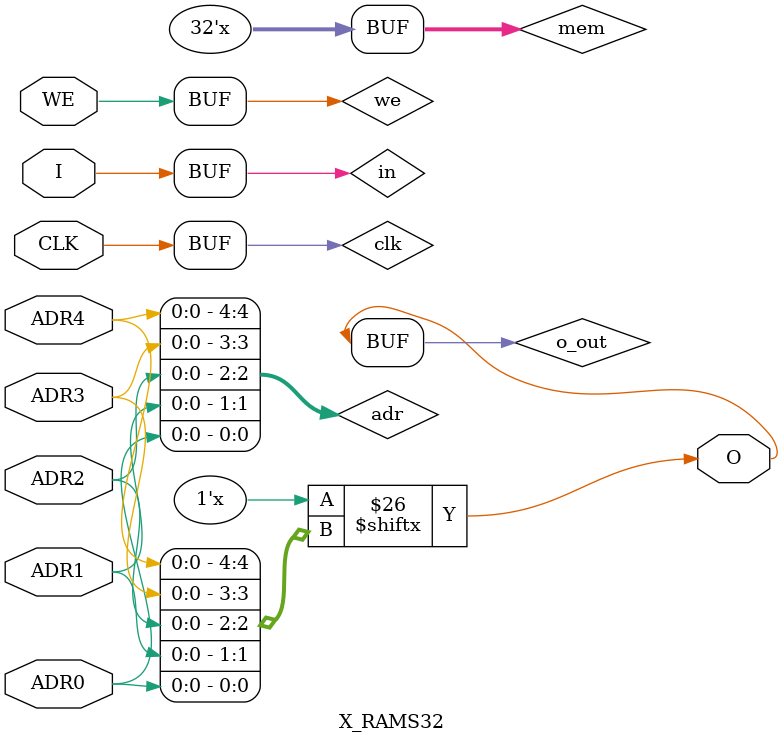
<source format=v>

`timescale 1 ps/1 ps

module X_RAMS32 (O, ADR0, ADR1, ADR2, ADR3, ADR4, CLK, I, WE);

  parameter INIT = 32'h00000000;

  output O;
  input ADR0, ADR1, ADR2, ADR3, ADR4, CLK, I, WE;

  reg [31:0] mem;
  wire [4:0] adr;

  wire in, we, clk;
  reg o_out;
  reg notifier;

  buf b1 (in, I);
  buf b2 (clk, CLK);
  buf b3 (we ,WE);
  buf b4 (adr[4],ADR4);
  buf b5 (adr[3],ADR3);
  buf b6 (adr[2],ADR2);
  buf b7 (adr[1],ADR1);
  buf b8 (adr[0],ADR0);
  buf b9 (O, o_out);

  initial begin
    mem <= INIT;
  end

  always @(posedge clk) begin
    if (we == 1'b1)
      mem[adr] <= in;
  end

  always @(mem or adr) begin
    o_out <= mem[adr];
  end

  always @(notifier) begin
    mem[adr] <= 1'bx;
  end

  specify

	(CLK => O) = (0:0:0, 0:0:0);
	(ADR0 => O) = (0:0:0, 0:0:0);
	(ADR1 => O) = (0:0:0, 0:0:0);
	(ADR2 => O) = (0:0:0, 0:0:0);
	(ADR3 => O) = (0:0:0, 0:0:0);
	(ADR4 => O) = (0:0:0, 0:0:0);

	$setuphold (posedge CLK, posedge I &&& WE, 0:0:0, 0:0:0, notifier);
	$setuphold (posedge CLK, negedge I &&& WE, 0:0:0, 0:0:0, notifier);
	$setuphold (posedge CLK, posedge ADR0 &&& WE, 0:0:0, 0:0:0, notifier);
	$setuphold (posedge CLK, negedge ADR0 &&& WE, 0:0:0, 0:0:0, notifier);
	$setuphold (posedge CLK, posedge ADR1 &&& WE, 0:0:0, 0:0:0, notifier);
	$setuphold (posedge CLK, negedge ADR1 &&& WE, 0:0:0, 0:0:0, notifier);
	$setuphold (posedge CLK, posedge ADR2 &&& WE, 0:0:0, 0:0:0, notifier);
	$setuphold (posedge CLK, negedge ADR2 &&& WE, 0:0:0, 0:0:0, notifier);
	$setuphold (posedge CLK, posedge ADR3 &&& WE, 0:0:0, 0:0:0, notifier);
	$setuphold (posedge CLK, negedge ADR3 &&& WE, 0:0:0, 0:0:0, notifier);
	$setuphold (posedge CLK, posedge ADR4 &&& WE, 0:0:0, 0:0:0, notifier);
	$setuphold (posedge CLK, negedge ADR4 &&& WE, 0:0:0, 0:0:0, notifier);
	$setuphold (posedge CLK, posedge WE, 0:0:0, 0:0:0, notifier);
	$setuphold (posedge CLK, negedge WE, 0:0:0, 0:0:0, notifier);

	$width (posedge CLK &&& WE, 0:0:0, 0, notifier);
	$width (negedge CLK &&& WE, 0:0:0, 0, notifier);

	specparam PATHPULSE$ = 0;

  endspecify

endmodule

</source>
